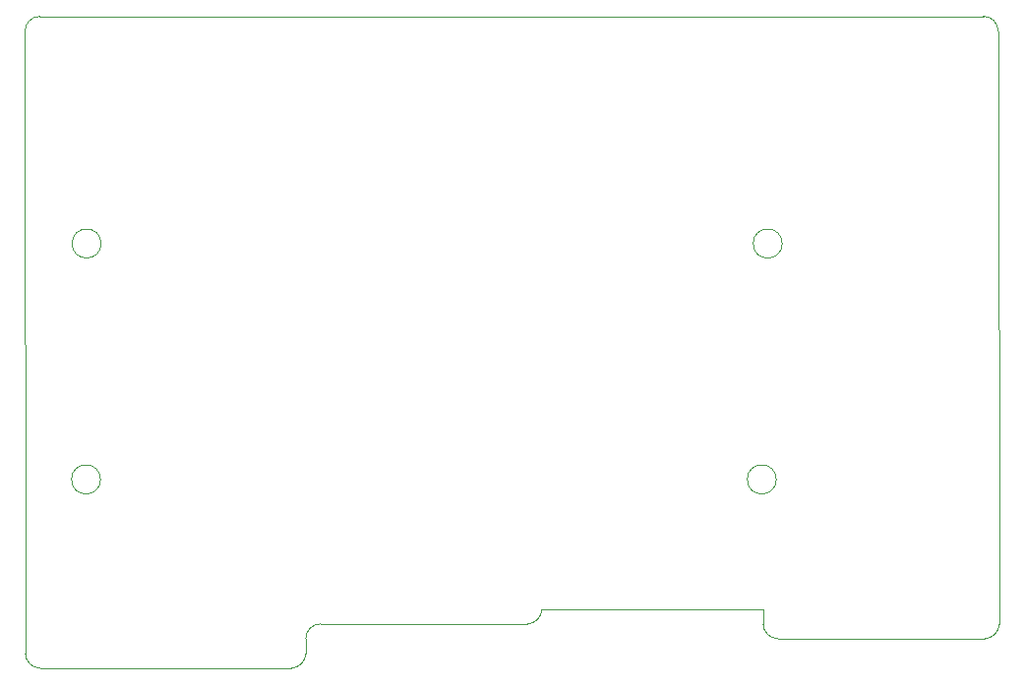
<source format=gm1>
G04 #@! TF.GenerationSoftware,KiCad,Pcbnew,6.0.7-1.fc36*
G04 #@! TF.CreationDate,2022-10-12T21:36:36-05:00*
G04 #@! TF.ProjectId,ardux_mini,61726475-785f-46d6-996e-692e6b696361,rev?*
G04 #@! TF.SameCoordinates,Original*
G04 #@! TF.FileFunction,Profile,NP*
%FSLAX46Y46*%
G04 Gerber Fmt 4.6, Leading zero omitted, Abs format (unit mm)*
G04 Created by KiCad (PCBNEW 6.0.7-1.fc36) date 2022-10-12 21:36:36*
%MOMM*%
%LPD*%
G01*
G04 APERTURE LIST*
G04 #@! TA.AperFunction,Profile*
%ADD10C,0.100000*%
G04 #@! TD*
G04 APERTURE END LIST*
D10*
X39487974Y-65531974D02*
G75*
G03*
X38217974Y-66802000I26J-1270026D01*
G01*
X36947974Y-69341974D02*
G75*
G03*
X38217974Y-68072000I26J1269974D01*
G01*
X79228000Y-32766000D02*
G75*
G03*
X79228000Y-32766000I-1250000J0D01*
G01*
X77587974Y-64262000D02*
X77587974Y-65532000D01*
X38217974Y-68072000D02*
X38217974Y-66802000D01*
X97811980Y-14455013D02*
G75*
G03*
X96541954Y-13185013I-1270000J0D01*
G01*
X15357974Y-69342000D02*
X36947974Y-69342000D01*
X96541954Y-13185013D02*
X15320000Y-13200000D01*
X57267974Y-65531974D02*
G75*
G03*
X58537974Y-64262000I26J1269974D01*
G01*
X15320000Y-13199974D02*
G75*
G03*
X14050000Y-14470000I26J-1270026D01*
G01*
X77588000Y-65532000D02*
G75*
G03*
X78857974Y-66802000I1270000J0D01*
G01*
X20554000Y-53086000D02*
G75*
G03*
X20554000Y-53086000I-1250000J0D01*
G01*
X58537974Y-64262000D02*
X77587974Y-64262000D01*
X14088000Y-68072000D02*
G75*
G03*
X15357974Y-69342000I1270000J0D01*
G01*
X39487974Y-65532000D02*
X57267974Y-65532000D01*
X78720000Y-53086000D02*
G75*
G03*
X78720000Y-53086000I-1250000J0D01*
G01*
X78857974Y-66802000D02*
X96637974Y-66802000D01*
X96637974Y-66801974D02*
G75*
G03*
X97907974Y-65532000I26J1269974D01*
G01*
X97907974Y-65532000D02*
X97811954Y-14455013D01*
X14050000Y-14470000D02*
X14087974Y-68072000D01*
X20602000Y-32766000D02*
G75*
G03*
X20602000Y-32766000I-1250000J0D01*
G01*
M02*

</source>
